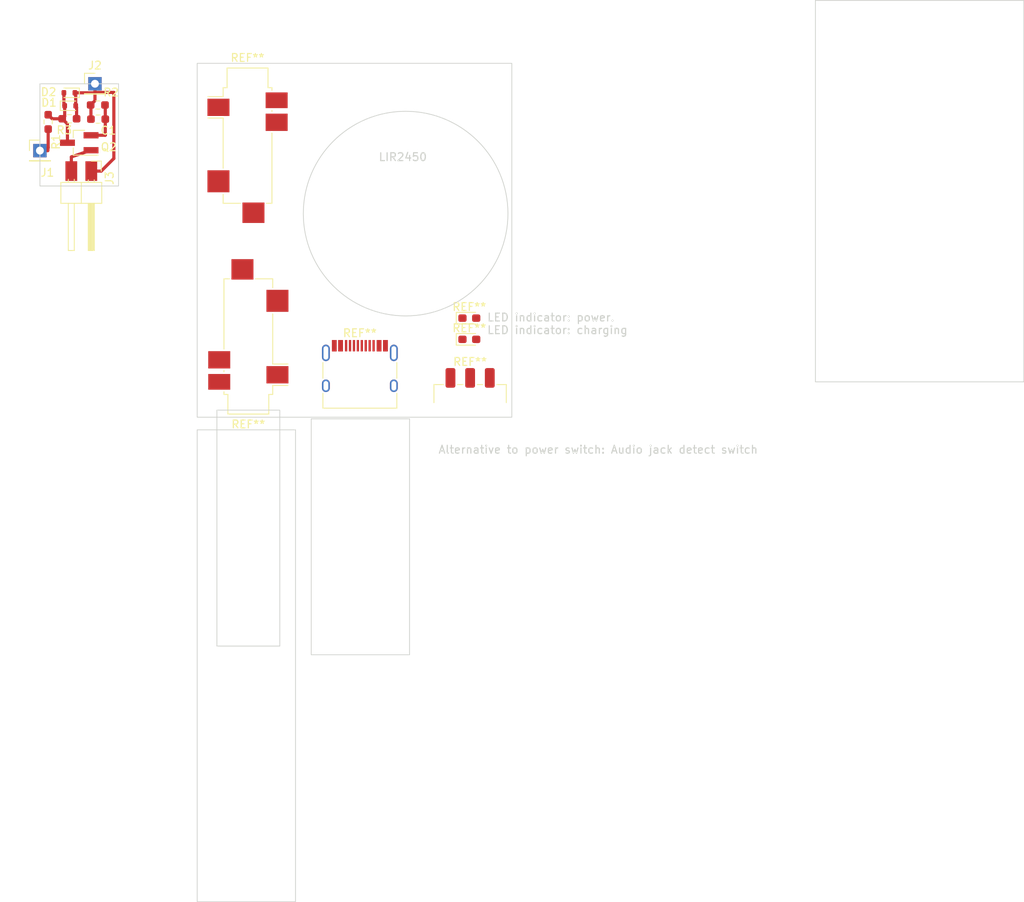
<source format=kicad_pcb>
(kicad_pcb (version 20240108) (generator "pcbnew") (generator_version "8.0")
  (layers (0 "F.Cu" signal) (31 "B.Cu" signal) (34 "B.Paste" user) (35 "F.Paste" user) (36 "B.SilkS" user "B.Silkscreen") (37 "F.SilkS" user "F.Silkscreen") (38 "B.Mask" user) (39 "F.Mask" user) (44 "Edge.Cuts" user))
  (net 0 "")
  (net 1 "Net-(Q2-S)")
  (net 2 "GND")
  (net 3 "Net-(J1-Pin_1)")
  (net 4 "/OUT")
  (net 5 "/GATE")
  (footprint "Diode_SMD:D_SOD-523" (layer "F.Cu") (at 48.85 45.3)
    (property "Reference" "D1" (at -2.7 -0.4 0) (layer "F.SilkS"))
    (property "Value" "D")
    (fp_line (start -1.26 -0.6) (end -1.26 0.6) (stroke (width 0.12)) (layer "F.SilkS"))
    (fp_line (start 0.7 -0.6) (end -1.26 -0.6) (stroke (width 0.12)) (layer "F.SilkS"))
    (fp_line (start 0.7 0.6) (end -1.26 0.6) (stroke (width 0.12)) (layer "F.SilkS"))
    (pad "1" smd roundrect (at -0.7 0 180) (size 0.6 0.7) (layers "F.Cu" "F.Paste" "F.Mask") (net 5 "/GATE"))
    (pad "2" smd roundrect (at 0.7 0 180) (size 0.6 0.7) (layers "F.Cu" "F.Paste" "F.Mask") (net 2 "GND"))
  )
  (footprint "Connector_USB:USB_C_Receptacle_HRO_TYPE-C-31-M-12" (layer "F.Cu") (at 85.68 79.85)
    (property "Reference" "REF**" (at 0 -5.645 0) (layer "F.SilkS"))
    (property "Value" "USB_C_Receptacle_HRO_TYPE-C-31-M-12")
    (fp_line (start -4.7 -1.9) (end -4.7 0.1) (stroke (width 0.12)) (layer "F.SilkS"))
    (fp_line (start -4.7 2) (end -4.7 3.9) (stroke (width 0.12)) (layer "F.SilkS"))
    (fp_line (start -4.7 3.9) (end 4.7 3.9) (stroke (width 0.12)) (layer "F.SilkS"))
    (fp_line (start 4.7 -1.9) (end 4.7 0.1) (stroke (width 0.12)) (layer "F.SilkS"))
    (fp_line (start 4.7 2) (end 4.7 3.9) (stroke (width 0.12)) (layer "F.SilkS"))
    (pad "" np_thru_hole circle (at -2.89 -2.6) (size 0.65 0.65) (drill 0.65) (layers "*.Cu" "*.Mask"))
    (pad "" np_thru_hole circle (at 2.89 -2.6) (size 0.65 0.65) (drill 0.65) (layers "*.Cu" "*.Mask"))
    (pad "A1" smd rect (at -3.25 -4.045) (size 0.6 1.45) (layers "F.Cu" "F.Paste" "F.Mask"))
    (pad "A4" smd rect (at -2.45 -4.045) (size 0.6 1.45) (layers "F.Cu" "F.Paste" "F.Mask"))
    (pad "A5" smd rect (at -1.25 -4.045) (size 0.3 1.45) (layers "F.Cu" "F.Paste" "F.Mask"))
    (pad "A6" smd rect (at -0.25 -4.045) (size 0.3 1.45) (layers "F.Cu" "F.Paste" "F.Mask"))
    (pad "A7" smd rect (at 0.25 -4.045) (size 0.3 1.45) (layers "F.Cu" "F.Paste" "F.Mask"))
    (pad "A8" smd rect (at 1.25 -4.045) (size 0.3 1.45) (layers "F.Cu" "F.Paste" "F.Mask"))
    (pad "A9" smd rect (at 2.45 -4.045) (size 0.6 1.45) (layers "F.Cu" "F.Paste" "F.Mask"))
    (pad "A12" smd rect (at 3.25 -4.045) (size 0.6 1.45) (layers "F.Cu" "F.Paste" "F.Mask"))
    (pad "B1" smd rect (at 3.25 -4.045) (size 0.6 1.45) (layers "F.Cu" "F.Paste" "F.Mask"))
    (pad "B4" smd rect (at 2.45 -4.045) (size 0.6 1.45) (layers "F.Cu" "F.Paste" "F.Mask"))
    (pad "B5" smd rect (at 1.75 -4.045) (size 0.3 1.45) (layers "F.Cu" "F.Paste" "F.Mask"))
    (pad "B6" smd rect (at 0.75 -4.045) (size 0.3 1.45) (layers "F.Cu" "F.Paste" "F.Mask"))
    (pad "B7" smd rect (at -0.75 -4.045) (size 0.3 1.45) (layers "F.Cu" "F.Paste" "F.Mask"))
    (pad "B8" smd rect (at -1.75 -4.045) (size 0.3 1.45) (layers "F.Cu" "F.Paste" "F.Mask"))
    (pad "B9" smd rect (at -2.45 -4.045) (size 0.6 1.45) (layers "F.Cu" "F.Paste" "F.Mask"))
    (pad "B12" smd rect (at -3.25 -4.045) (size 0.6 1.45) (layers "F.Cu" "F.Paste" "F.Mask"))
    (pad "S1" thru_hole oval (at -4.32 -3.13) (size 1 2.1) (drill oval 0.6 1.7) (layers "*.Cu" "*.Mask"))
    (pad "S1" thru_hole oval (at -4.32 1.05) (size 1 1.6) (drill oval 0.6 1.2) (layers "*.Cu" "*.Mask"))
    (pad "S1" thru_hole oval (at 4.32 -3.13) (size 1 2.1) (drill oval 0.6 1.7) (layers "*.Cu" "*.Mask"))
    (pad "S1" thru_hole oval (at 4.32 1.05) (size 1 1.6) (drill oval 0.6 1.2) (layers "*.Cu" "*.Mask"))
  )
  (footprint "Resistor_SMD:R_0603_1608Metric_Pad0.98x0.95mm_HandSolder" (layer "F.Cu") (at 52.4 47 180)
    (property "Reference" "C1" (at -1.3 -1.45 0) (layer "F.SilkS"))
    (property "Value" "C")
    (fp_line (start -0.254724 0.5225) (end 0.254724 0.5225) (stroke (width 0.12)) (layer "F.SilkS"))
    (fp_line (start -0.254724 -0.5225) (end 0.254724 -0.5225) (stroke (width 0.12)) (layer "F.SilkS"))
    (pad "1" smd roundrect (at -0.9125 0 180) (size 0.975 0.95) (layers "F.Cu" "F.Paste" "F.Mask") (net 1 "Net-(Q2-S)"))
    (pad "2" smd roundrect (at 0.9125 0 180) (size 0.975 0.95) (layers "F.Cu" "F.Paste" "F.Mask") (net 2 "GND"))
  )
  (footprint "Button_Switch_SMD:SW_SPDT_CK_JS102011SAQN" (layer "F.Cu") (at 99.7 82.65)
    (property "Reference" "REF**" (at 0 -4.8 360) (layer "F.SilkS"))
    (property "Value" "SW_SPDT_CK_JS102011SAQN")
    (fp_line (start -4.6 -1.9) (end -3.4 -1.9) (stroke (width 0.12)) (layer "F.SilkS"))
    (fp_line (start -4.6 0.4) (end -4.6 -1.9) (stroke (width 0.12)) (layer "F.SilkS"))
    (fp_line (start -0.9 -1.9) (end -1.6 -1.9) (stroke (width 0.12)) (layer "F.SilkS"))
    (fp_line (start 1.6 -1.9) (end 0.9 -1.9) (stroke (width 0.12)) (layer "F.SilkS"))
    (fp_line (start 3.4 -1.9) (end 4.6 -1.9) (stroke (width 0.12)) (layer "F.SilkS"))
    (fp_line (start 4.6 -1.9) (end 4.6 0.4) (stroke (width 0.12)) (layer "F.SilkS"))
    (pad "" np_thru_hole circle (at -3.4 0) (size 0.9 0.9) (drill 0.9) (layers "*.Cu" "*.Mask"))
    (pad "" np_thru_hole circle (at 3.4 0) (size 0.9 0.9) (drill 0.9) (layers "*.Cu" "*.Mask"))
    (pad "1" smd roundrect (at -2.5 -2.75) (size 1.25 2.5) (layers "F.Cu" "F.Paste" "F.Mask") (roundrect_rratio 0.2))
    (pad "2" smd roundrect (at 0 -2.75) (size 1.25 2.5) (layers "F.Cu" "F.Paste" "F.Mask") (roundrect_rratio 0.2))
    (pad "3" smd roundrect (at 2.5 -2.75) (size 1.25 2.5) (layers "F.Cu" "F.Paste" "F.Mask") (roundrect_rratio 0.2))
  )
  (footprint "Resistor_SMD:R_0603_1608Metric_Pad0.98x0.95mm_HandSolder" (layer "F.Cu") (at 52.3625 45.2 180)
    (property "Reference" "R2" (at -1.6875 1.6 0) (layer "F.SilkS"))
    (property "Value" "R")
    (fp_line (start -0.254724 0.5225) (end 0.254724 0.5225) (stroke (width 0.12)) (layer "F.SilkS"))
    (fp_line (start -0.254724 -0.5225) (end 0.254724 -0.5225) (stroke (width 0.12)) (layer "F.SilkS"))
    (pad "1" smd roundrect (at -0.9125 0 180) (size 0.975 0.95) (layers "F.Cu" "F.Paste" "F.Mask") (net 1 "Net-(Q2-S)"))
    (pad "2" smd roundrect (at 0.9125 0 180) (size 0.975 0.95) (layers "F.Cu" "F.Paste" "F.Mask") (net 2 "GND"))
  )
  (footprint "Diode_SMD:D_SOD-523" (layer "F.Cu") (at 48.75 43.65 180)
    (property "Reference" "D2" (at 2.65 0.1 0) (layer "F.SilkS"))
    (property "Value" "D")
    (fp_line (start 0.7 0.6) (end -1.26 0.6) (stroke (width 0.12)) (layer "F.SilkS"))
    (fp_line (start 0.7 -0.6) (end -1.26 -0.6) (stroke (width 0.12)) (layer "F.SilkS"))
    (fp_line (start -1.26 -0.6) (end -1.26 0.6) (stroke (width 0.12)) (layer "F.SilkS"))
    (pad "1" smd roundrect (at -0.7 0) (size 0.6 0.7) (layers "F.Cu" "F.Paste" "F.Mask") (net 2 "GND"))
    (pad "2" smd roundrect (at 0.7 0) (size 0.6 0.7) (layers "F.Cu" "F.Paste" "F.Mask") (net 5 "/GATE"))
  )
  (footprint "Resistor_SMD:R_0603_1608Metric_Pad0.98x0.95mm_HandSolder" (layer "F.Cu") (at 46.05 47.35 90)
    (property "Reference" "R1" (at -2.55 1 90) (layer "F.SilkS"))
    (property "Value" "100")
    (fp_line (start -0.254724 -0.5225) (end 0.254724 -0.5225) (stroke (width 0.12)) (layer "F.SilkS"))
    (fp_line (start -0.254724 0.5225) (end 0.254724 0.5225) (stroke (width 0.12)) (layer "F.SilkS"))
    (pad "1" smd roundrect (at -0.9125 0 90) (size 0.975 0.95) (layers "F.Cu" "F.Paste" "F.Mask") (net 3 "Net-(J1-Pin_1)"))
    (pad "2" smd roundrect (at 0.9125 0 90) (size 0.975 0.95) (layers "F.Cu" "F.Paste" "F.Mask") (net 5 "/GATE"))
  )
  (footprint "Connector_PinHeader_2.54mm:PinHeader_1x01_P2.54mm_Vertical" (layer "F.Cu") (at 45 51)
    (property "Reference" "J1" (at 0.95 2.8 0) (layer "F.SilkS"))
    (property "Value" "Conn_01x01")
    (fp_line (start -1.33 -1.33) (end 0 -1.33) (stroke (width 0.12)) (layer "F.SilkS"))
    (fp_line (start -1.33 0) (end -1.33 -1.33) (stroke (width 0.12)) (layer "F.SilkS"))
    (fp_line (start -1.33 1.27) (end -1.33 1.33) (stroke (width 0.12)) (layer "F.SilkS"))
    (fp_line (start -1.33 1.27) (end 1.33 1.27) (stroke (width 0.12)) (layer "F.SilkS"))
    (fp_line (start -1.33 1.33) (end 1.33 1.33) (stroke (width 0.12)) (layer "F.SilkS"))
    (fp_line (start 1.33 1.27) (end 1.33 1.33) (stroke (width 0.12)) (layer "F.SilkS"))
    (pad "1" thru_hole rect (at 0 0) (size 1.7 1.7) (drill 1) (layers "*.Cu" "*.Mask") (net 3 "Net-(J1-Pin_1)"))
  )
  (footprint "LED_SMD:LED_0603_1608Metric_Pad1.05x0.95mm_HandSolder" (layer "F.Cu") (at 99.6 72.3)
    (property "Reference" "REF**" (at 0 -1.43 0) (layer "F.SilkS"))
    (property "Value" "LED_0603_1608Metric_Pad1.05x0.95mm_HandSolder")
    (fp_line (start -1.66 -0.735) (end -1.66 0.735) (stroke (width 0.12)) (layer "F.SilkS"))
    (fp_line (start -1.66 0.735) (end 0.8 0.735) (stroke (width 0.12)) (layer "F.SilkS"))
    (fp_line (start 0.8 -0.735) (end -1.66 -0.735) (stroke (width 0.12)) (layer "F.SilkS"))
    (pad "1" smd roundrect (at -0.875 0) (size 1.05 0.95) (layers "F.Cu" "F.Paste" "F.Mask"))
    (pad "2" smd roundrect (at 0.875 0) (size 1.05 0.95) (layers "F.Cu" "F.Paste" "F.Mask"))
  )
  (footprint "Package_TO_SOT_SMD:SOT-23_Handsoldering" (layer "F.Cu") (at 50 50 180)
    (property "Reference" "Q2" (at -3.75 -0.55 0) (layer "F.SilkS"))
    (property "Value" "Q_NMOS_DSG")
    (fp_line (start 0.76 1.58) (end 0.76 0.65) (stroke (width 0.12)) (layer "F.SilkS"))
    (fp_line (start 0.76 1.58) (end -0.7 1.58) (stroke (width 0.12)) (layer "F.SilkS"))
    (fp_line (start 0.76 -1.58) (end 0.76 -0.65) (stroke (width 0.12)) (layer "F.SilkS"))
    (fp_line (start 0.76 -1.58) (end -2.4 -1.58) (stroke (width 0.12)) (layer "F.SilkS"))
    (pad "1" smd rect (at -1.5 -0.95 180) (size 1.9 0.8) (layers "F.Cu" "F.Paste" "F.Mask") (net 4 "/OUT"))
    (pad "2" smd rect (at -1.5 0.95 180) (size 1.9 0.8) (layers "F.Cu" "F.Paste" "F.Mask") (net 1 "Net-(Q2-S)"))
    (pad "3" smd rect (at 1.5 0 180) (size 1.9 0.8) (layers "F.Cu" "F.Paste" "F.Mask") (net 5 "/GATE"))
  )
  (footprint "Resistor_SMD:R_0603_1608Metric_Pad0.98x0.95mm_HandSolder" (layer "F.Cu") (at 48.75 46.95)
    (property "Reference" "R3" (at -0.65 1.45 0) (layer "F.SilkS"))
    (property "Value" "1M")
    (fp_line (start -0.254724 -0.5225) (end 0.254724 -0.5225) (stroke (width 0.12)) (layer "F.SilkS"))
    (fp_line (start -0.254724 0.5225) (end 0.254724 0.5225) (stroke (width 0.12)) (layer "F.SilkS"))
    (pad "1" smd roundrect (at -0.9125 0) (size 0.975 0.95) (layers "F.Cu" "F.Paste" "F.Mask") (net 5 "/GATE"))
    (pad "2" smd roundrect (at 0.9125 0) (size 0.975 0.95) (layers "F.Cu" "F.Paste" "F.Mask") (net 2 "GND"))
  )
  (footprint "Connector_PinHeader_2.54mm:PinHeader_1x02_P2.54mm_Horizontal" (layer "F.Cu") (at 51.532 53.604 -90)
    (property "Reference" "J3" (at 0.896 -2.318 90) (layer "F.SilkS"))
    (property "Value" "Conn_01x02")
    (fp_line (start 1.44 3.87) (end 4.1 3.87) (stroke (width 0.12)) (layer "F.SilkS"))
    (fp_line (start 4.1 3.87) (end 4.1 -1.33) (stroke (width 0.12)) (layer "F.SilkS"))
    (fp_line (start 1.042929 2.92) (end 1.44 2.92) (stroke (width 0.12)) (layer "F.SilkS"))
    (fp_line (start 10.1 2.92) (end 4.1 2.92) (stroke (width 0.12)) (layer "F.SilkS"))
    (fp_line (start 1.042929 2.16) (end 1.44 2.16) (stroke (width 0.12)) (layer "F.SilkS"))
    (fp_line (start 4.1 2.16) (end 10.1 2.16) (stroke (width 0.12)) (layer "F.SilkS"))
    (fp_line (start 10.1 2.16) (end 10.1 2.92) (stroke (width 0.12)) (layer "F.SilkS"))
    (fp_line (start 1.44 1.27) (end 4.1 1.27) (stroke (width 0.12)) (layer "F.SilkS"))
    (fp_line (start 1.11 0.38) (end 1.44 0.38) (stroke (width 0.12)) (layer "F.SilkS"))
    (fp_line (start 10.1 0.38) (end 4.1 0.38) (stroke (width 0.12)) (layer "F.SilkS"))
    (fp_line (start 4.1 0.28) (end 10.1 0.28) (stroke (width 0.12)) (layer "F.SilkS"))
    (fp_line (start 4.1 0.16) (end 10.1 0.16) (stroke (width 0.12)) (layer "F.SilkS"))
    (fp_line (start 4.1 0.04) (end 10.1 0.04) (stroke (width 0.12)) (layer "F.SilkS"))
    (fp_line (start -1.27 0) (end -1.27 -1.27) (stroke (width 0.12)) (layer "F.SilkS"))
    (fp_line (start 4.1 -0.08) (end 10.1 -0.08) (stroke (width 0.12)) (layer "F.SilkS"))
    (fp_line (start 4.1 -0.2) (end 10.1 -0.2) (stroke (width 0.12)) (layer "F.SilkS"))
    (fp_line (start 4.1 -0.32) (end 10.1 -0.32) (stroke (width 0.12)) (layer "F.SilkS"))
    (fp_line (start 1.11 -0.38) (end 1.44 -0.38) (stroke (width 0.12)) (layer "F.SilkS"))
    (fp_line (start 4.1 -0.38) (end 10.1 -0.38) (stroke (width 0.12)) (layer "F.SilkS"))
    (fp_line (start 10.1 -0.38) (end 10.1 0.38) (stroke (width 0.12)) (layer "F.SilkS"))
    (fp_line (start -1.27 -1.27) (end 0 -1.27) (stroke (width 0.12)) (layer "F.SilkS"))
    (fp_line (start 1.44 -1.33) (end 1.44 3.87) (stroke (width 0.12)) (layer "F.SilkS"))
    (fp_line (start 4.1 -1.33) (end 1.44 -1.33) (stroke (width 0.12)) (layer "F.SilkS"))
    (pad "1" smd rect (at 0 0 270) (size 2.5 1.5) (layers "F.Cu" "F.Paste" "F.Mask") (net 2 "GND"))
    (pad "2" smd rect (at 0 2.54 270) (size 2.5 1.5) (layers "F.Cu" "F.Paste" "F.Mask") (net 4 "/OUT"))
  )
  (footprint "LED_SMD:LED_0603_1608Metric_Pad1.05x0.95mm_HandSolder" (layer "F.Cu") (at 99.6 75)
    (property "Reference" "REF**" (at 0 -1.43 0) (layer "F.SilkS"))
    (property "Value" "LED_0603_1608Metric_Pad1.05x0.95mm_HandSolder")
    (fp_line (start -1.66 -0.735) (end -1.66 0.735) (stroke (width 0.12)) (layer "F.SilkS"))
    (fp_line (start -1.66 0.735) (end 0.8 0.735) (stroke (width 0.12)) (layer "F.SilkS"))
    (fp_line (start 0.8 -0.735) (end -1.66 -0.735) (stroke (width 0.12)) (layer "F.SilkS"))
    (pad "1" smd roundrect (at -0.875 0) (size 1.05 0.95) (layers "F.Cu" "F.Paste" "F.Mask"))
    (pad "2" smd roundrect (at 0.875 0) (size 1.05 0.95) (layers "F.Cu" "F.Paste" "F.Mask"))
  )
  (footprint "Connector_PinHeader_2.54mm:PinHeader_1x01_P2.54mm_Vertical" (layer "F.Cu") (at 52 42.5)
    (property "Reference" "J2" (at 0 -2.33 0) (layer "F.SilkS"))
    (property "Value" "Conn_01x01")
    (fp_line (start -1.33 -1.33) (end 0 -1.33) (stroke (width 0.12)) (layer "F.SilkS"))
    (fp_line (start -1.33 0) (end -1.33 -1.33) (stroke (width 0.12)) (layer "F.SilkS"))
    (fp_line (start -1.33 1.27) (end -1.33 1.33) (stroke (width 0.12)) (layer "F.SilkS"))
    (fp_line (start -1.33 1.27) (end 1.33 1.27) (stroke (width 0.12)) (layer "F.SilkS"))
    (fp_line (start -1.33 1.33) (end 1.33 1.33) (stroke (width 0.12)) (layer "F.SilkS"))
    (fp_line (start 1.33 1.27) (end 1.33 1.33) (stroke (width 0.12)) (layer "F.SilkS"))
    (pad "1" thru_hole rect (at 0 0) (size 1.7 1.7) (drill 1) (layers "*.Cu" "*.Mask") (net 2 "GND"))
  )
  (footprint "Connector_Audio:Jack_3.5mm_CUI_SJ2-3593D-SMT_Horizontal" (layer "F.Cu") (at 71.5 75.9 180)
    (property "Reference" "REF**" (at 0 -9.9 180) (layer "F.SilkS"))
    (property "Value" "Jack_3.5mm_CUI_SJ2-3593D-SMT_Horizontal")
    (fp_line (start 3.1 8.6) (end 2.41 8.6) (stroke (width 0.12)) (layer "F.SilkS"))
    (fp_line (start 3.1 -0.34) (end 3.1 8.6) (stroke (width 0.12)) (layer "F.SilkS"))
    (fp_line (start 3.1 -3.24) (end 3.1 -3.06) (stroke (width 0.12)) (layer "F.SilkS"))
    (fp_line (start 3.1 -6.1) (end 3.1 -5.76) (stroke (width 0.12)) (layer "F.SilkS"))
    (fp_line (start 2.6 -6.1) (end 3.1 -6.1) (stroke (width 0.12)) (layer "F.SilkS"))
    (fp_line (start 2.6 -8.6) (end 2.6 -6.1) (stroke (width 0.12)) (layer "F.SilkS"))
    (fp_line (start -0.91 8.6) (end -3.1 8.6) (stroke (width 0.12)) (layer "F.SilkS"))
    (fp_line (start -2.6 -6.1) (end -2.6 -8.6) (stroke (width 0.12)) (layer "F.SilkS"))
    (fp_line (start -2.6 -8.6) (end 2.6 -8.6) (stroke (width 0.12)) (layer "F.SilkS"))
    (fp_line (start -3.1 8.6) (end -3.1 7.46) (stroke (width 0.12)) (layer "F.SilkS"))
    (fp_line (start -3.1 4.14) (end -3.1 -2.24) (stroke (width 0.12)) (layer "F.SilkS"))
    (fp_line (start -3.1 -2.24) (end -5.04 -2.24) (stroke (width 0.12)) (layer "F.SilkS"))
    (fp_line (start -3.1 -4.96) (end -3.1 -6.1) (stroke (width 0.12)) (layer "F.SilkS"))
    (fp_line (start -3.1 -4.96) (end -5.04 -4.96) (stroke (width 0.12)) (layer "F.SilkS"))
    (fp_line (start -3.1 -6.1) (end -2.6 -6.1) (stroke (width 0.12)) (layer "F.SilkS"))
    (pad "" np_thru_hole circle (at 0 -2.5 180) (size 1.7 1.7) (drill 1.7) (layers "*.Cu" "*.Mask"))
    (pad "" np_thru_hole circle (at 0 4.5 180) (size 1.7 1.7) (drill 1.7) (layers "*.Cu" "*.Mask"))
    (pad "R" smd rect (at 3.7 -1.7 180) (size 2.8 2.2) (layers "F.Cu" "F.Paste" "F.Mask"))
    (pad "RN" smd rect (at 3.7 -4.5 180) (size 2.8 2) (layers "F.Cu" "F.Paste" "F.Mask"))
    (pad "S" smd rect (at -3.7 -3.6 180) (size 2.8 2.2) (layers "F.Cu" "F.Paste" "F.Mask"))
    (pad "T" smd rect (at -3.7 5.8 180) (size 2.8 2.8) (layers "F.Cu" "F.Paste" "F.Mask"))
    (pad "TN" smd rect (at 0.75 9.8 180) (size 2.8 2.6) (layers "F.Cu" "F.Paste" "F.Mask"))
  )
  (footprint "Connector_Audio:Jack_3.5mm_CUI_SJ2-3593D-SMT_Horizontal" (layer "F.Cu") (at 71.4 49.1)
    (property "Reference" "REF**" (at 0 -9.9 0) (layer "F.SilkS"))
    (property "Value" "Jack_3.5mm_CUI_SJ2-3593D-SMT_Horizontal")
    (fp_line (start -3.1 -6.1) (end -2.6 -6.1) (stroke (width 0.12)) (layer "F.SilkS"))
    (fp_line (start -3.1 -4.96) (end -5.04 -4.96) (stroke (width 0.12)) (layer "F.SilkS"))
    (fp_line (start -3.1 -4.96) (end -3.1 -6.1) (stroke (width 0.12)) (layer "F.SilkS"))
    (fp_line (start -3.1 -2.24) (end -5.04 -2.24) (stroke (width 0.12)) (layer "F.SilkS"))
    (fp_line (start -3.1 4.14) (end -3.1 -2.24) (stroke (width 0.12)) (layer "F.SilkS"))
    (fp_line (start -3.1 8.6) (end -3.1 7.46) (stroke (width 0.12)) (layer "F.SilkS"))
    (fp_line (start -2.6 -8.6) (end 2.6 -8.6) (stroke (width 0.12)) (layer "F.SilkS"))
    (fp_line (start -2.6 -6.1) (end -2.6 -8.6) (stroke (width 0.12)) (layer "F.SilkS"))
    (fp_line (start -0.91 8.6) (end -3.1 8.6) (stroke (width 0.12)) (layer "F.SilkS"))
    (fp_line (start 2.6 -8.6) (end 2.6 -6.1) (stroke (width 0.12)) (layer "F.SilkS"))
    (fp_line (start 2.6 -6.1) (end 3.1 -6.1) (stroke (width 0.12)) (layer "F.SilkS"))
    (fp_line (start 3.1 -6.1) (end 3.1 -5.76) (stroke (width 0.12)) (layer "F.SilkS"))
    (fp_line (start 3.1 -3.24) (end 3.1 -3.06) (stroke (width 0.12)) (layer "F.SilkS"))
    (fp_line (start 3.1 -0.34) (end 3.1 8.6) (stroke (width 0.12)) (layer "F.SilkS"))
    (fp_line (start 3.1 8.6) (end 2.41 8.6) (stroke (width 0.12)) (layer "F.SilkS"))
    (pad "" np_thru_hole circle (at 0 -2.5) (size 1.7 1.7) (drill 1.7) (layers "*.Cu" "*.Mask"))
    (pad "" np_thru_hole circle (at 0 4.5) (size 1.7 1.7) (drill 1.7) (layers "*.Cu" "*.Mask"))
    (pad "R" smd rect (at 3.7 -1.7) (size 2.8 2.2) (layers "F.Cu" "F.Paste" "F.Mask"))
    (pad "RN" smd rect (at 3.7 -4.5) (size 2.8 2) (layers "F.Cu" "F.Paste" "F.Mask"))
    (pad "S" smd rect (at -3.7 -3.6) (size 2.8 2.2) (layers "F.Cu" "F.Paste" "F.Mask"))
    (pad "T" smd rect (at -3.7 5.8) (size 2.8 2.8) (layers "F.Cu" "F.Paste" "F.Mask"))
    (pad "TN" smd rect (at 0.75 9.8) (size 2.8 2.6) (layers "F.Cu" "F.Paste" "F.Mask"))
  )
  (gr_rect (start 79.5 85.1) (end 92 115.1) (stroke (width 0.1)) (fill none) (layer "Edge.Cuts"))
  (gr_rect (start 65 86.5) (end 77.5 146.5) (stroke (width 0.1)) (fill none) (layer "Edge.Cuts"))
  (gr_circle (center 91.5 59.009611) (end 104.5 58.509611) (stroke (width 0.1)) (fill none) (layer "Edge.Cuts"))
  (gr_rect (start 143.6 31.9) (end 170.1 80.4) (stroke (width 0.1)) (fill none) (layer "Edge.Cuts"))
  (gr_rect (start 65 39.9) (end 105 84.9) (stroke (width 0.1)) (fill none) (layer "Edge.Cuts"))
  (gr_rect (start 67.5 84) (end 75.5 114) (stroke (width 0.1)) (fill none) (layer "Edge.Cuts"))
  (gr_rect (start 45 42.5) (end 55 55.5) (stroke (width 0.1)) (fill none) (layer "Edge.Cuts"))
  (gr_text "Alternative to power switch: Audio jack detect switch" (at 95.6 89.6 0) (layer "Edge.Cuts") (effects (font (size 1 1)) (justify left bottom)))
  (gr_text "LIR2450" (at 88 52.4 0) (layer "Edge.Cuts") (effects (font (size 1 1)) (justify left bottom)))
  (gr_text "LED indicator: power.\nLED indicator: charging" (at 101.8 74.4 0) (layer "Edge.Cuts") (effects (font (size 1 1)) (justify left bottom)))
  (segment (start 53.3125 49.0375) (end 53.3 49.05) (width 0.4) (layer "F.Cu") (net 1))
  (segment (start 53.3125 47) (end 53.3125 49.0375) (width 0.4) (layer "F.Cu") (net 1))
  (segment (start 53.3125 45.2375) (end 53.275 45.2) (width 0.4) (layer "F.Cu") (net 1))
  (segment (start 53.3125 47) (end 53.3125 45.2375) (width 0.4) (layer "F.Cu") (net 1))
  (segment (start 51.5 49.05) (end 53.3 49.05) (width 0.4) (layer "F.Cu") (net 1))
  (segment (start 52.796 53.604) (end 54.4 52) (width 0.4) (layer "F.Cu") (net 2))
  (segment (start 51.4875 47) (end 51.4875 45.2375) (width 0.4) (layer "F.Cu") (net 2))
  (segment (start 51.4875 45.2375) (end 51.45 45.2) (width 0.4) (layer "F.Cu") (net 2))
  (segment (start 49.6625 45.5125) (end 49.55 45.4) (width 0.4) (layer "F.Cu") (net 2))
  (segment (start 49.55 43.95) (end 49.45 43.85) (width 0.4) (layer "F.Cu") (net 2))
  (segment (start 54.4 43.6) (end 52.05 43.6) (width 0.4) (layer "F.Cu") (net 2))
  (segment (start 52 44.65) (end 52 43.65) (width 0.4) (layer "F.Cu") (net 2))
  (segment (start 52 43.65) (end 52 42.7) (width 0.4) (layer "F.Cu") (net 2))
  (segment (start 49.6625 46.95) (end 49.6625 45.5125) (width 0.4) (layer "F.Cu") (net 2))
  (segment (start 51.45 45.2) (end 52 44.65) (width 0.4) (layer "F.Cu") (net 2))
  (segment (start 51.532 53.604) (end 52.796 53.604) (width 0.4) (layer "F.Cu") (net 2))
  (segment (start 54.4 52) (end 54.4 43.6) (width 0.4) (layer "F.Cu") (net 2))
  (segment (start 49.55 45.4) (end 49.55 43.95) (width 0.4) (layer "F.Cu") (net 2))
  (segment (start 49.45 43.65) (end 52 43.65) (width 0.4) (layer "F.Cu") (net 2))
  (segment (start 46 51) (end 45.2 51) (width 0.4) (layer "F.Cu") (net 3))
  (segment (start 46.05 48.2625) (end 46.05 50.6) (width 0.4) (layer "F.Cu") (net 3))
  (segment (start 46.05 50.6) (end 46 51) (width 0.4) (layer "F.Cu") (net 3))
  (segment (start 51.532 50.982) (end 51.5 50.95) (width 0.25) (layer "F.Cu") (net 4))
  (segment (start 49 51.8) (end 51.5 50.95) (width 0.4) (layer "F.Cu") (net 4))
  (segment (start 50.95 50.95) (end 51.5 50.95) (width 0.25) (layer "F.Cu") (net 4))
  (segment (start 48.992 53.604) (end 48.992 53.104) (width 0.4) (layer "F.Cu") (net 4))
  (segment (start 48.992 53.104) (end 49 51.8) (width 0.4) (layer "F.Cu") (net 4))
  (segment (start 48.5 47.6125) (end 47.8375 46.95) (width 0.4) (layer "F.Cu") (net 5))
  (segment (start 46.5625 46.95) (end 46.05 46.4375) (width 0.4) (layer "F.Cu") (net 5))
  (segment (start 48.05 45.3) (end 48.15 45.4) (width 0.4) (layer "F.Cu") (net 5))
  (segment (start 48.15 45.4) (end 48.15 46.6375) (width 0.4) (layer "F.Cu") (net 5))
  (segment (start 47.8375 46.95) (end 46.5625 46.95) (width 0.4) (layer "F.Cu") (net 5))
  (segment (start 48.05 43.85) (end 48.05 45.3) (width 0.4) (layer "F.Cu") (net 5))
  (segment (start 48.5 50) (end 48.5 47.6125) (width 0.4) (layer "F.Cu") (net 5))
  (segment (start 48.15 46.6375) (end 47.8375 46.95) (width 0.4) (layer "F.Cu") (net 5))
)
</source>
